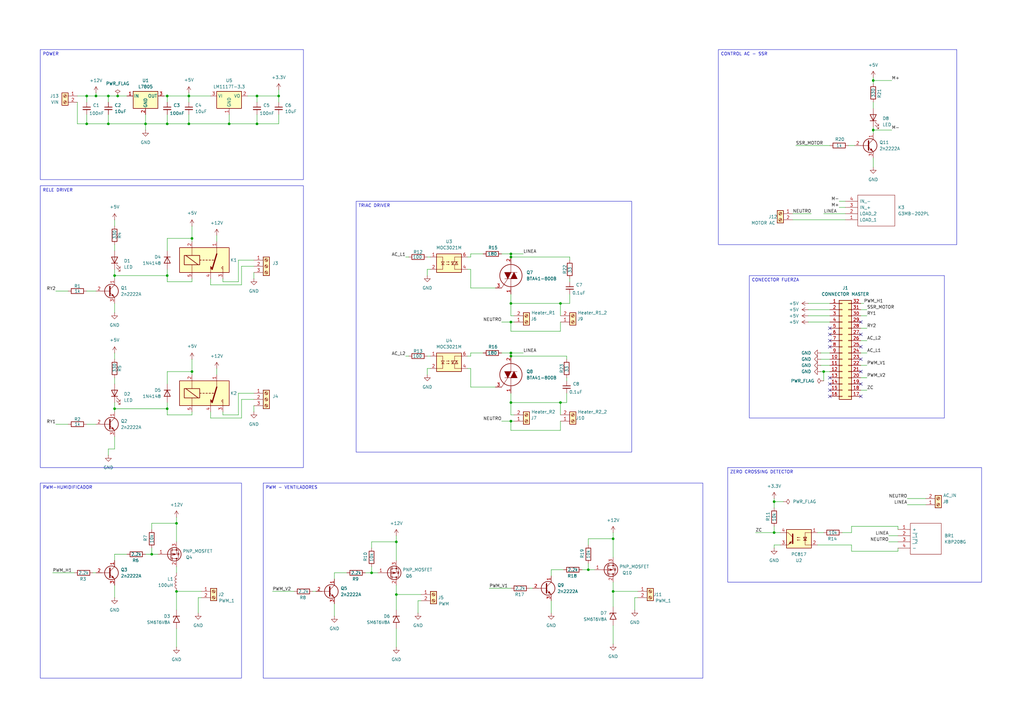
<source format=kicad_sch>
(kicad_sch (version 20250114) (generator "eeschema") (generator_version "9.0")
  (paper "A3")
  (lib_symbols
    (symbol "Connector:Screw_Terminal_01x02" (pin_names (offset 1.016) (hide yes))
      (property "Reference" "J" (at 0 2.54 0))
      (property "Value" "Screw_Terminal_01x02" (at 0 -5.08 0))
      (symbol "Screw_Terminal_01x02_1_1"
        (pin passive line (at -5.08 0 0) (length 3.81) (name "Pin_1") (number "1"))
        (pin passive line (at -5.08 -2.54 0) (length 3.81) (name "Pin_2") (number "2"))
      )
    )
    (symbol "Connector:Screw_Terminal_01x03" (pin_names (offset 1.016) (hide yes))
      (property "Reference" "J" (at 0 5.08 0))
      (property "Value" "Screw_Terminal_01x03" (at 0 -5.08 0))
      (symbol "Screw_Terminal_01x03_1_1"
        (pin passive line (at -5.08 2.54 0) (length 3.81) (name "Pin_1") (number "1"))
        (pin passive line (at -5.08 0 0) (length 3.81) (name "Pin_2") (number "2"))
        (pin passive line (at -5.08 -2.54 0) (length 3.81) (name "Pin_3") (number "3"))
      )
    )
    (symbol "Connector_Generic:Conn_02x16_Counter_Clockwise" (pin_names (offset 1.016) (hide yes))
      (property "Reference" "J" (at 1.27 20.32 0))
      (property "Value" "Conn_02x16_Counter_Clockwise" (at 1.27 -22.86 0))
      (symbol "Conn_02x16_Counter_Clockwise_1_1"
        (pin passive line (at -5.08 17.78 0) (length 3.81) (name "Pin_1") (number "1"))
        (pin passive line (at -5.08 15.24 0) (length 3.81) (name "Pin_2") (number "2"))
        (pin passive line (at -5.08 12.7 0) (length 3.81) (name "Pin_3") (number "3"))
        (pin passive line (at -5.08 10.16 0) (length 3.81) (name "Pin_4") (number "4"))
        (pin passive line (at -5.08 7.62 0) (length 3.81) (name "Pin_5") (number "5"))
        (pin passive line (at -5.08 5.08 0) (length 3.81) (name "Pin_6") (number "6"))
        (pin passive line (at -5.08 2.54 0) (length 3.81) (name "Pin_7") (number "7"))
        (pin passive line (at -5.08 0 0) (length 3.81) (name "Pin_8") (number "8"))
        (pin passive line (at -5.08 -2.54 0) (length 3.81) (name "Pin_9") (number "9"))
        (pin passive line (at -5.08 -5.08 0) (length 3.81) (name "Pin_10") (number "10"))
        (pin passive line (at -5.08 -7.62 0) (length 3.81) (name "Pin_11") (number "11"))
        (pin passive line (at -5.08 -10.16 0) (length 3.81) (name "Pin_12") (number "12"))
        (pin passive line (at -5.08 -12.7 0) (length 3.81) (name "Pin_13") (number "13"))
        (pin passive line (at -5.08 -15.24 0) (length 3.81) (name "Pin_14") (number "14"))
        (pin passive line (at -5.08 -17.78 0) (length 3.81) (name "Pin_15") (number "15"))
        (pin passive line (at -5.08 -20.32 0) (length 3.81) (name "Pin_16") (number "16"))
        (pin passive line (at 7.62 17.78 180) (length 3.81) (name "Pin_32") (number "32"))
        (pin passive line (at 7.62 15.24 180) (length 3.81) (name "Pin_31") (number "31"))
        (pin passive line (at 7.62 12.7 180) (length 3.81) (name "Pin_30") (number "30"))
        (pin passive line (at 7.62 10.16 180) (length 3.81) (name "Pin_29") (number "29"))
        (pin passive line (at 7.62 7.62 180) (length 3.81) (name "Pin_28") (number "28"))
        (pin passive line (at 7.62 5.08 180) (length 3.81) (name "Pin_27") (number "27"))
        (pin passive line (at 7.62 2.54 180) (length 3.81) (name "Pin_26") (number "26"))
        (pin passive line (at 7.62 0 180) (length 3.81) (name "Pin_25") (number "25"))
        (pin passive line (at 7.62 -2.54 180) (length 3.81) (name "Pin_24") (number "24"))
        (pin passive line (at 7.62 -5.08 180) (length 3.81) (name "Pin_23") (number "23"))
        (pin passive line (at 7.62 -7.62 180) (length 3.81) (name "Pin_22") (number "22"))
        (pin passive line (at 7.62 -10.16 180) (length 3.81) (name "Pin_21") (number "21"))
        (pin passive line (at 7.62 -12.7 180) (length 3.81) (name "Pin_20") (number "20"))
        (pin passive line (at 7.62 -15.24 180) (length 3.81) (name "Pin_19") (number "19"))
        (pin passive line (at 7.62 -17.78 180) (length 3.81) (name "Pin_18") (number "18"))
        (pin passive line (at 7.62 -20.32 180) (length 3.81) (name "Pin_17") (number "17"))
      )
    )
    (symbol "Device:C_Small" (pin_numbers (hide yes)) (pin_names (offset 0.254) (hide yes))
      (property "Reference" "C" (at 0.254 1.778 0))
      (property "Value" "C_Small" (at 0.254 -2.032 0))
      (symbol "C_Small_1_1"
        (pin passive line (at 0 2.54 270) (length 2.032) (name "~") (number "1"))
        (pin passive line (at 0 -2.54 90) (length 2.032) (name "~") (number "2"))
      )
    )
    (symbol "Device:L" (pin_numbers (hide yes)) (pin_names (offset 1.016) (hide yes))
      (property "Reference" "L" (at -1.27 0 90))
      (property "Value" "L" (at 1.905 0 90))
      (symbol "L_1_1"
        (pin passive line (at 0 3.81 270) (length 1.27) (name "1") (number "1"))
        (pin passive line (at 0 -3.81 90) (length 1.27) (name "2") (number "2"))
      )
    )
    (symbol "Device:LED" (pin_numbers (hide yes)) (pin_names (offset 1.016) (hide yes))
      (property "Reference" "D" (at 0 2.54 0))
      (property "Value" "LED" (at 0 -2.54 0))
      (symbol "LED_1_1"
        (pin passive line (at -3.81 0 0) (length 2.54) (name "K") (number "1"))
        (pin passive line (at 3.81 0 180) (length 2.54) (name "A") (number "2"))
      )
    )
    (symbol "Device:R" (pin_numbers (hide yes)) (pin_names (offset 0))
      (property "Reference" "R" (at 2.032 0 90))
      (property "Value" "R" (at 0 0 90))
      (symbol "R_1_1"
        (pin passive line (at 0 3.81 270) (length 1.27) (name "~") (number "1"))
        (pin passive line (at 0 -3.81 90) (length 1.27) (name "~") (number "2"))
      )
    )
    (symbol "Diode:1N4148" (pin_numbers (hide yes)) (pin_names (hide yes))
      (property "Reference" "D" (at 0 2.54 0))
      (property "Value" "1N4148" (at 0 -2.54 0))
      (symbol "1N4148_1_1"
        (pin passive line (at -3.81 0 0) (length 2.54) (name "K") (number "1"))
        (pin passive line (at 3.81 0 180) (length 2.54) (name "A") (number "2"))
      )
    )
    (symbol "Diode:SM6T6V8A" (pin_numbers (hide yes)) (pin_names (offset 1.016) (hide yes))
      (property "Reference" "D" (at 0 2.54 0))
      (property "Value" "SM6T6V8A" (at 0 -2.54 0))
      (symbol "SM6T6V8A_1_1"
        (pin passive line (at -3.81 0 0) (length 2.54) (name "A1") (number "1"))
        (pin passive line (at 3.81 0 180) (length 2.54) (name "A2") (number "2"))
      )
    )
    (symbol "Isolator:PC817" (pin_names (offset 1.016))
      (property "Reference" "U" (at -5.08 5.08 0))
      (property "Value" "PC817" (at 0 5.08 0))
      (symbol "PC817_1_1"
        (pin passive line (at -7.62 2.54 0) (length 2.54) (name "~") (number "1"))
        (pin passive line (at -7.62 -2.54 0) (length 2.54) (name "~") (number "2"))
        (pin passive line (at 7.62 2.54 180) (length 2.54) (name "~") (number "4"))
        (pin passive line (at 7.62 -2.54 180) (length 2.54) (name "~") (number "3"))
      )
    )
    (symbol "Regulator_Linear:L7805" (pin_names (offset 0.254))
      (property "Reference" "U" (at -3.81 3.175 0))
      (property "Value" "L7805" (at 0 3.175 0))
      (symbol "L7805_1_1"
        (pin power_in line (at -7.62 0 0) (length 2.54) (name "IN") (number "1"))
        (pin power_in line (at 0 -7.62 90) (length 2.54) (name "GND") (number "2"))
        (pin power_out line (at 7.62 0 180) (length 2.54) (name "OUT") (number "3"))
      )
    )
    (symbol "Regulator_Linear:LM1117T-3.3"
      (property "Reference" "U" (at -3.81 3.175 0))
      (property "Value" "LM1117T-3.3" (at 0 3.175 0))
      (symbol "LM1117T-3.3_1_1"
        (pin power_in line (at -7.62 0 0) (length 2.54) (name "VI") (number "3"))
        (pin power_in line (at 0 -7.62 90) (length 2.54) (name "GND") (number "1"))
        (pin power_out line (at 7.62 0 180) (length 2.54) (name "VO") (number "2"))
      )
    )
    (symbol "Relay:SANYOU_SRD_Form_C"
      (property "Reference" "K" (at 11.43 3.81 0))
      (property "Value" "SANYOU_SRD_Form_C" (at 11.43 1.27 0))
      (symbol "SANYOU_SRD_Form_C_1_1"
        (pin passive line (at -5.08 7.62 270) (length 2.54) (name "~") (number "5"))
        (pin passive line (at -5.08 -7.62 90) (length 2.54) (name "~") (number "2"))
        (pin passive line (at 2.54 7.62 270) (length 2.54) (name "~") (number "4"))
        (pin passive line (at 5.08 -7.62 90) (length 2.54) (name "~") (number "1"))
        (pin passive line (at 7.62 7.62 270) (length 2.54) (name "~") (number "3"))
      )
    )
    (symbol "Relay_SolidState:MOC3021M"
      (property "Reference" "U" (at -5.334 4.826 0))
      (property "Value" "MOC3021M" (at 0 5.08 0))
      (symbol "MOC3021M_1_1"
        (pin passive line (at -7.62 2.54 0) (length 2.54) (name "~") (number "1"))
        (pin passive line (at -7.62 -2.54 0) (length 2.54) (name "~") (number "2"))
        (pin no_connect line (at -5.08 0 0) (length 2.54) (hide yes) (name "NC") (number "3"))
        (pin no_connect line (at 5.08 0 180) (length 2.54) (hide yes) (name "NC") (number "5"))
        (pin passive line (at 7.62 2.54 180) (length 2.54) (name "~") (number "6"))
        (pin passive line (at 7.62 -2.54 180) (length 2.54) (name "~") (number "4"))
      )
    )
    (symbol "SamacSys_Parts:BTA41-800B" (pin_names (offset 0.762))
      (property "Reference" "Q" (at 13.97 -2.54 0))
      (property "Value" "BTA41-800B" (at 13.97 -5.08 0))
      (symbol "BTA41-800B_0_0"
        (pin passive line (at 0 0 0) (length 2.54) (name "~") (number "2"))
        (pin passive line (at 12.7 -6.35 90) (length 2.54) (name "~") (number "3"))
        (pin passive line (at 15.24 0 180) (length 2.54) (name "~") (number "1"))
      )
    )
    (symbol "SamacSys_Parts:G3MB-202PL" (pin_names (offset 0.762))
      (property "Reference" "K" (at 21.59 7.62 0))
      (property "Value" "G3MB-202PL" (at 21.59 5.08 0))
      (symbol "G3MB-202PL_0_0"
        (pin passive line (at 0 0 0) (length 5.08) (name "IN_-") (number "4"))
        (pin passive line (at 0 -2.54 0) (length 5.08) (name "IN_+") (number "3"))
        (pin passive line (at 0 -5.08 0) (length 5.08) (name "LOAD_2") (number "2"))
        (pin passive line (at 0 -7.62 0) (length 5.08) (name "LOAD_1") (number "1"))
      )
    )
    (symbol "SamacSys_Parts:KBP208G" (pin_names (offset 0.762))
      (property "Reference" "BR" (at 19.05 7.62 0))
      (property "Value" "KBP208G" (at 19.05 5.08 0))
      (symbol "KBP208G_0_0"
        (pin passive line (at 0 0 0) (length 5.08) (name "+") (number "1"))
        (pin passive line (at 0 -2.54 0) (length 5.08) (name "~{_1}") (number "2"))
        (pin passive line (at 0 -5.08 0) (length 5.08) (name "~{_2}") (number "3"))
        (pin passive line (at 0 -7.62 0) (length 5.08) (name "-") (number "4"))
      )
    )
    (symbol "Transistor_BJT:BC338" (pin_names (offset 0) (hide yes))
      (property "Reference" "Q" (at 5.08 1.905 0))
      (property "Value" "BC338" (at 5.08 0 0))
      (symbol "BC338_1_1"
        (pin input line (at -5.08 0 0) (length 2.54) (name "B") (number "2"))
        (pin passive line (at 2.54 5.08 270) (length 2.54) (name "C") (number "1"))
        (pin passive line (at 2.54 -5.08 90) (length 2.54) (name "E") (number "3"))
      )
    )
    (symbol "Transistor_FET:SUD09P10-195" (pin_names (hide yes))
      (property "Reference" "Q" (at 4.953 1.905 0))
      (property "Value" "SUD09P10-195" (at 4.953 0 0))
      (symbol "SUD09P10-195_1_1"
        (pin input line (at -5.08 0 0) (length 2.54) (name "G") (number "1"))
        (pin passive line (at 2.54 5.08 270) (length 2.54) (name "D") (number "2"))
        (pin passive line (at 2.54 -5.08 90) (length 2.54) (name "S") (number "3"))
      )
    )
    (symbol "power:+12V" (power) (pin_numbers (hide yes)) (pin_names (offset 0) (hide yes))
      (property "Value" "+12V" (at 0 3.556 0))
      (symbol "+12V_1_1"
        (pin power_in line (at 0 0 90) (length 0) (name "~") (number "1"))
      )
    )
    (symbol "power:+3.3V" (power) (pin_numbers (hide yes)) (pin_names (offset 0) (hide yes))
      (property "Value" "+3.3V" (at 0 3.556 0))
      (symbol "+3.3V_1_1"
        (pin power_in line (at 0 0 90) (length 0) (name "~") (number "1"))
      )
    )
    (symbol "power:+5V" (power) (pin_numbers (hide yes)) (pin_names (offset 0) (hide yes))
      (property "Value" "+5V" (at 0 3.556 0))
      (symbol "+5V_1_1"
        (pin power_in line (at 0 0 90) (length 0) (name "~") (number "1"))
      )
    )
    (symbol "power:GND" (power) (pin_numbers (hide yes)) (pin_names (offset 0) (hide yes))
      (property "Value" "GND" (at 0 -3.81 0))
      (symbol "GND_1_1"
        (pin power_in line (at 0 0 270) (length 0) (name "~") (number "1"))
      )
    )
    (symbol "power:PWR_FLAG" (power) (pin_numbers (hide yes)) (pin_names (offset 0) (hide yes))
      (property "Value" "PWR_FLAG" (at 0 3.81 0))
      (symbol "PWR_FLAG_0_0"
        (pin power_out line (at 0 0 90) (length 0) (name "~") (number "1"))
      )
    )
  )
  (text_box "RELE DRIVER\n" (at 16.51 76.2 0) (size 107.95 115.57) (margins 0.9525 0.9525 0.9525 0.9525) (effects (font (size 1.27 1.27)) (justify left top)))
  (text_box "CONTROL AC - SSR" (at 294.64 20.32 0) (size 97.79 80.01) (margins 0.9525 0.9525 0.9525 0.9525) (effects (font (size 1.27 1.27)) (justify left top)))
  (text_box "PWM-HUMIDIFICADOR" (at 16.51 198.12 0) (size 82.55 80.01) (margins 0.9525 0.9525 0.9525 0.9525) (effects (font (size 1.27 1.27)) (justify left top)))
  (text_box "ZERO CROSSING DETECTOR\n" (at 298.45 191.77 0) (size 104.14 46.99) (margins 0.9525 0.9525 0.9525 0.9525) (effects (font (size 1.27 1.27)) (justify left top)))
  (text_box "TRIAC DRIVER\n" (at 146.05 82.55 0) (size 113.03 102.87) (margins 0.9525 0.9525 0.9525 0.9525) (effects (font (size 1.27 1.27)) (justify left top)))
  (text_box "CONECCTOR FUERZA\n" (at 307.34 113.03 0) (size 80.01 58.42) (margins 0.9525 0.9525 0.9525 0.9525) (effects (font (size 1.27 1.27)) (justify left top)))
  (text_box "POWER\n" (at 16.51 20.32 0) (size 107.95 53.34) (margins 0.9525 0.9525 0.9525 0.9525) (effects (font (size 1.27 1.27)) (justify left top)))
  (text_box "PWM - VENTILADORES\n" (at 107.95 198.12 0) (size 180.34 80.01) (margins 0.9525 0.9525 0.9525 0.9525) (effects (font (size 1.27 1.27)) (justify left top)))
  (junction (at 162.56 243.84))
  (junction (at 35.56 50.8))
  (junction (at 68.58 167.64))
  (junction (at 105.41 50.8))
  (junction (at 152.4 234.95))
  (junction (at 337.82 152.4))
  (junction (at 68.58 39.37))
  (junction (at 68.58 50.8))
  (junction (at 39.37 39.37))
  (junction (at 358.14 53.34))
  (junction (at 46.99 113.03))
  (junction (at 93.98 50.8))
  (junction (at 229.87 124.46))
  (junction (at 209.55 146.05))
  (junction (at 358.14 33.02))
  (junction (at 209.55 165.1))
  (junction (at 59.69 50.8))
  (junction (at 317.5 218.44))
  (junction (at 162.56 222.25))
  (junction (at 44.45 50.8))
  (junction (at 78.74 152.4))
  (junction (at 46.99 167.64))
  (junction (at 209.55 124.46))
  (junction (at 35.56 39.37))
  (junction (at 209.55 104.14))
  (junction (at 317.5 205.74))
  (junction (at 114.3 39.37))
  (junction (at 72.39 214.63))
  (junction (at 68.58 113.03))
  (junction (at 62.23 227.33))
  (junction (at 241.3 233.68))
  (junction (at 209.55 144.78))
  (junction (at 78.74 97.79))
  (junction (at 72.39 242.57))
  (junction (at 251.46 220.98))
  (junction (at 209.55 172.72))
  (junction (at 251.46 242.57))
  (junction (at 48.26 39.37))
  (junction (at 77.47 50.8))
  (junction (at 209.55 105.41))
  (junction (at 105.41 39.37))
  (junction (at 77.47 39.37))
  (junction (at 44.45 39.37))
  (junction (at 209.55 132.08))
  (junction (at 229.87 165.1))
  (no_connect (at 353.06 142.24))
  (no_connect (at 340.36 139.7))
  (no_connect (at 340.36 154.94))
  (no_connect (at 340.36 157.48))
  (no_connect (at 353.06 157.48))
  (no_connect (at 340.36 137.16))
  (no_connect (at 353.06 162.56))
  (no_connect (at 353.06 152.4))
  (no_connect (at 340.36 142.24))
  (no_connect (at 353.06 137.16))
  (no_connect (at 340.36 162.56))
  (no_connect (at 340.36 160.02))
  (no_connect (at 353.06 132.08))
  (no_connect (at 340.36 134.62))
  (no_connect (at 353.06 147.32))
  (wire (pts (xy 205.74 172.72) (xy 209.55 172.72)))
  (wire (pts (xy 114.3 46.99) (xy 114.3 50.8)))
  (wire (pts (xy 229.87 172.72) (xy 229.87 176.53)))
  (wire (pts (xy 68.58 152.4) (xy 78.74 152.4)))
  (wire (pts (xy 39.37 38.1) (xy 39.37 39.37)))
  (wire (pts (xy 336.55 152.4) (xy 337.82 152.4)))
  (wire (pts (xy 152.4 234.95) (xy 154.94 234.95)))
  (wire (pts (xy 44.45 184.15) (xy 44.45 186.69)))
  (wire (pts (xy 209.55 105.41) (xy 209.55 104.14)))
  (wire (pts (xy 81.28 245.11) (xy 81.28 251.46)))
  (wire (pts (xy 209.55 120.65) (xy 209.55 124.46)))
  (wire (pts (xy 91.44 115.57) (xy 91.44 114.3)))
  (wire (pts (xy 104.14 166.37) (xy 104.14 168.91)))
  (wire (pts (xy 46.99 124.46) (xy 46.99 128.27)))
  (wire (pts (xy 162.56 219.71) (xy 162.56 222.25)))
  (wire (pts (xy 364.49 219.71) (xy 368.3 219.71)))
  (wire (pts (xy 193.04 105.41) (xy 193.04 104.14)))
  (wire (pts (xy 229.87 129.54) (xy 229.87 124.46)))
  (wire (pts (xy 46.99 110.49) (xy 46.99 113.03)))
  (wire (pts (xy 347.98 59.69) (xy 350.52 59.69)))
  (wire (pts (xy 229.87 170.18) (xy 229.87 165.1)))
  (wire (pts (xy 68.58 97.79) (xy 78.74 97.79)))
  (wire (pts (xy 238.76 233.68) (xy 241.3 233.68)))
  (wire (pts (xy 325.12 90.17) (xy 346.71 90.17)))
  (wire (pts (xy 205.74 132.08) (xy 209.55 132.08)))
  (wire (pts (xy 22.86 173.99) (xy 27.94 173.99)))
  (wire (pts (xy 72.39 214.63) (xy 72.39 222.25)))
  (wire (pts (xy 346.71 87.63) (xy 337.82 87.63)))
  (wire (pts (xy 355.6 139.7) (xy 353.06 139.7)))
  (wire (pts (xy 67.31 39.37) (xy 68.58 39.37)))
  (wire (pts (xy 78.74 97.79) (xy 78.74 99.06)))
  (wire (pts (xy 35.56 46.99) (xy 35.56 50.8)))
  (wire (pts (xy 78.74 170.18) (xy 78.74 168.91)))
  (wire (pts (xy 335.28 223.52) (xy 349.25 223.52)))
  (wire (pts (xy 105.41 50.8) (xy 114.3 50.8)))
  (wire (pts (xy 93.98 46.99) (xy 93.98 50.8)))
  (wire (pts (xy 88.9 151.13) (xy 88.9 153.67)))
  (wire (pts (xy 22.86 119.38) (xy 27.94 119.38)))
  (wire (pts (xy 193.04 158.75) (xy 193.04 151.13)))
  (wire (pts (xy 232.41 154.94) (xy 232.41 156.21)))
  (wire (pts (xy 86.36 114.3) (xy 86.36 116.84)))
  (wire (pts (xy 209.55 172.72) (xy 210.82 172.72)))
  (wire (pts (xy 77.47 39.37) (xy 77.47 41.91)))
  (wire (pts (xy 349.25 215.9) (xy 349.25 218.44)))
  (wire (pts (xy 210.82 170.18) (xy 209.55 170.18)))
  (wire (pts (xy 59.69 50.8) (xy 44.45 50.8)))
  (wire (pts (xy 226.06 246.38) (xy 226.06 251.46)))
  (wire (pts (xy 68.58 39.37) (xy 68.58 41.91)))
  (wire (pts (xy 77.47 39.37) (xy 86.36 39.37)))
  (wire (pts (xy 78.74 147.32) (xy 78.74 152.4)))
  (wire (pts (xy 46.99 227.33) (xy 46.99 229.87)))
  (wire (pts (xy 46.99 144.78) (xy 46.99 147.32)))
  (wire (pts (xy 35.56 173.99) (xy 39.37 173.99)))
  (wire (pts (xy 93.98 50.8) (xy 105.41 50.8)))
  (wire (pts (xy 86.36 116.84) (xy 99.06 116.84)))
  (wire (pts (xy 358.14 52.07) (xy 358.14 53.34)))
  (wire (pts (xy 344.17 85.09) (xy 346.71 85.09)))
  (wire (pts (xy 166.37 105.41) (xy 167.64 105.41)))
  (wire (pts (xy 368.3 215.9) (xy 349.25 215.9)))
  (wire (pts (xy 31.75 41.91) (xy 31.75 50.8)))
  (wire (pts (xy 104.14 106.68) (xy 97.79 106.68)))
  (wire (pts (xy 317.5 205.74) (xy 321.31 205.74)))
  (wire (pts (xy 325.12 87.63) (xy 332.74 87.63)))
  (wire (pts (xy 358.14 33.02) (xy 365.76 33.02)))
  (wire (pts (xy 44.45 46.99) (xy 44.45 50.8)))
  (wire (pts (xy 336.55 147.32) (xy 340.36 147.32)))
  (wire (pts (xy 358.14 31.75) (xy 358.14 33.02)))
  (wire (pts (xy 379.73 207.01) (xy 372.11 207.01)))
  (wire (pts (xy 162.56 240.03) (xy 162.56 243.84)))
  (wire (pts (xy 229.87 165.1) (xy 209.55 165.1)))
  (wire (pts (xy 104.14 161.29) (xy 97.79 161.29)))
  (wire (pts (xy 99.06 109.22) (xy 104.14 109.22)))
  (wire (pts (xy 97.79 115.57) (xy 91.44 115.57)))
  (wire (pts (xy 209.55 132.08) (xy 210.82 132.08)))
  (wire (pts (xy 72.39 242.57) (xy 82.55 242.57)))
  (wire (pts (xy 337.82 152.4) (xy 337.82 156.21)))
  (wire (pts (xy 358.14 33.02) (xy 358.14 34.29)))
  (wire (pts (xy 193.04 151.13) (xy 191.77 151.13)))
  (wire (pts (xy 209.55 146.05) (xy 209.55 144.78)))
  (wire (pts (xy 152.4 222.25) (xy 162.56 222.25)))
  (wire (pts (xy 200.66 241.3) (xy 209.55 241.3)))
  (wire (pts (xy 344.17 82.55) (xy 346.71 82.55)))
  (wire (pts (xy 241.3 220.98) (xy 251.46 220.98)))
  (wire (pts (xy 193.04 118.11) (xy 203.2 118.11)))
  (wire (pts (xy 209.55 104.14) (xy 205.74 104.14)))
  (wire (pts (xy 46.99 167.64) (xy 68.58 167.64)))
  (wire (pts (xy 358.14 53.34) (xy 365.76 53.34)))
  (wire (pts (xy 355.6 154.94) (xy 353.06 154.94)))
  (wire (pts (xy 233.68 124.46) (xy 229.87 124.46)))
  (wire (pts (xy 99.06 116.84) (xy 99.06 109.22)))
  (wire (pts (xy 77.47 38.1) (xy 77.47 39.37)))
  (wire (pts (xy 331.47 129.54) (xy 340.36 129.54)))
  (wire (pts (xy 355.6 134.62) (xy 353.06 134.62)))
  (wire (pts (xy 261.62 245.11) (xy 260.35 245.11)))
  (wire (pts (xy 46.99 154.94) (xy 46.99 157.48)))
  (wire (pts (xy 38.1 234.95) (xy 39.37 234.95)))
  (wire (pts (xy 48.26 39.37) (xy 52.07 39.37)))
  (wire (pts (xy 226.06 233.68) (xy 231.14 233.68)))
  (wire (pts (xy 46.99 179.07) (xy 46.99 184.15)))
  (wire (pts (xy 209.55 104.14) (xy 214.63 104.14)))
  (wire (pts (xy 78.74 152.4) (xy 78.74 153.67)))
  (wire (pts (xy 175.26 110.49) (xy 176.53 110.49)))
  (wire (pts (xy 59.69 46.99) (xy 59.69 50.8)))
  (wire (pts (xy 368.3 215.9) (xy 368.3 217.17)))
  (wire (pts (xy 175.26 153.67) (xy 175.26 151.13)))
  (wire (pts (xy 175.26 146.05) (xy 176.53 146.05)))
  (wire (pts (xy 317.5 205.74) (xy 317.5 208.28)))
  (wire (pts (xy 68.58 50.8) (xy 59.69 50.8)))
  (wire (pts (xy 209.55 176.53) (xy 209.55 172.72)))
  (wire (pts (xy 317.5 215.9) (xy 317.5 218.44)))
  (wire (pts (xy 97.79 161.29) (xy 97.79 170.18)))
  (wire (pts (xy 358.14 41.91) (xy 358.14 44.45)))
  (wire (pts (xy 166.37 146.05) (xy 167.64 146.05)))
  (wire (pts (xy 99.06 171.45) (xy 99.06 163.83)))
  (wire (pts (xy 97.79 106.68) (xy 97.79 115.57)))
  (wire (pts (xy 137.16 247.65) (xy 137.16 252.73)))
  (wire (pts (xy 355.6 149.86) (xy 353.06 149.86)))
  (wire (pts (xy 317.5 218.44) (xy 320.04 218.44)))
  (wire (pts (xy 62.23 224.79) (xy 62.23 227.33)))
  (wire (pts (xy 379.73 204.47) (xy 372.11 204.47)))
  (wire (pts (xy 72.39 242.57) (xy 72.39 250.19)))
  (wire (pts (xy 152.4 232.41) (xy 152.4 234.95)))
  (wire (pts (xy 232.41 161.29) (xy 232.41 165.1)))
  (wire (pts (xy 349.25 226.06) (xy 368.3 226.06)))
  (wire (pts (xy 226.06 233.68) (xy 226.06 236.22)))
  (wire (pts (xy 336.55 149.86) (xy 340.36 149.86)))
  (wire (pts (xy 152.4 224.79) (xy 152.4 222.25)))
  (wire (pts (xy 59.69 50.8) (xy 59.69 53.34)))
  (wire (pts (xy 349.25 226.06) (xy 349.25 223.52)))
  (wire (pts (xy 35.56 41.91) (xy 35.56 39.37)))
  (wire (pts (xy 171.45 246.38) (xy 171.45 251.46)))
  (wire (pts (xy 336.55 144.78) (xy 340.36 144.78)))
  (wire (pts (xy 114.3 39.37) (xy 114.3 41.91)))
  (wire (pts (xy 175.26 151.13) (xy 176.53 151.13)))
  (wire (pts (xy 354.33 124.46) (xy 353.06 124.46)))
  (wire (pts (xy 46.99 240.03) (xy 46.99 245.11)))
  (wire (pts (xy 193.04 146.05) (xy 191.77 146.05)))
  (wire (pts (xy 349.25 218.44) (xy 345.44 218.44)))
  (wire (pts (xy 175.26 105.41) (xy 176.53 105.41)))
  (wire (pts (xy 193.04 104.14) (xy 198.12 104.14)))
  (wire (pts (xy 101.6 39.37) (xy 105.41 39.37)))
  (wire (pts (xy 251.46 256.54) (xy 251.46 264.16)))
  (wire (pts (xy 46.99 167.64) (xy 46.99 168.91)))
  (wire (pts (xy 105.41 39.37) (xy 105.41 41.91)))
  (wire (pts (xy 260.35 245.11) (xy 260.35 250.19)))
  (wire (pts (xy 241.3 233.68) (xy 243.84 233.68)))
  (wire (pts (xy 229.87 135.89) (xy 209.55 135.89)))
  (wire (pts (xy 46.99 227.33) (xy 52.07 227.33)))
  (wire (pts (xy 193.04 105.41) (xy 191.77 105.41)))
  (wire (pts (xy 111.76 242.57) (xy 120.65 242.57)))
  (wire (pts (xy 114.3 39.37) (xy 105.41 39.37)))
  (wire (pts (xy 232.41 165.1) (xy 229.87 165.1)))
  (wire (pts (xy 114.3 36.83) (xy 114.3 39.37)))
  (wire (pts (xy 46.99 100.33) (xy 46.99 102.87)))
  (wire (pts (xy 44.45 39.37) (xy 48.26 39.37)))
  (wire (pts (xy 172.72 246.38) (xy 171.45 246.38)))
  (wire (pts (xy 46.99 90.17) (xy 46.99 92.71)))
  (wire (pts (xy 68.58 110.49) (xy 68.58 113.03)))
  (wire (pts (xy 62.23 214.63) (xy 72.39 214.63)))
  (wire (pts (xy 137.16 234.95) (xy 142.24 234.95)))
  (wire (pts (xy 193.04 144.78) (xy 198.12 144.78)))
  (wire (pts (xy 217.17 241.3) (xy 218.44 241.3)))
  (wire (pts (xy 86.36 171.45) (xy 99.06 171.45)))
  (wire (pts (xy 68.58 115.57) (xy 78.74 115.57)))
  (wire (pts (xy 137.16 234.95) (xy 137.16 237.49)))
  (wire (pts (xy 210.82 129.54) (xy 209.55 129.54)))
  (wire (pts (xy 35.56 50.8) (xy 31.75 50.8)))
  (wire (pts (xy 105.41 46.99) (xy 105.41 50.8)))
  (wire (pts (xy 317.5 204.47) (xy 317.5 205.74)))
  (wire (pts (xy 72.39 212.09) (xy 72.39 214.63)))
  (wire (pts (xy 162.56 257.81) (xy 162.56 265.43)))
  (wire (pts (xy 229.87 124.46) (xy 209.55 124.46)))
  (wire (pts (xy 193.04 118.11) (xy 193.04 110.49)))
  (wire (pts (xy 82.55 245.11) (xy 81.28 245.11)))
  (wire (pts (xy 35.56 39.37) (xy 39.37 39.37)))
  (wire (pts (xy 251.46 238.76) (xy 251.46 242.57)))
  (wire (pts (xy 44.45 50.8) (xy 35.56 50.8)))
  (wire (pts (xy 68.58 113.03) (xy 68.58 115.57)))
  (wire (pts (xy 68.58 167.64) (xy 68.58 170.18)))
  (wire (pts (xy 229.87 176.53) (xy 209.55 176.53)))
  (wire (pts (xy 309.88 218.44) (xy 317.5 218.44)))
  (wire (pts (xy 355.6 129.54) (xy 353.06 129.54)))
  (wire (pts (xy 364.49 222.25) (xy 368.3 222.25)))
  (wire (pts (xy 209.55 144.78) (xy 214.63 144.78)))
  (wire (pts (xy 233.68 120.65) (xy 233.68 124.46)))
  (wire (pts (xy 128.27 242.57) (xy 129.54 242.57)))
  (wire (pts (xy 241.3 223.52) (xy 241.3 220.98)))
  (wire (pts (xy 46.99 165.1) (xy 46.99 167.64)))
  (wire (pts (xy 326.39 59.69) (xy 340.36 59.69)))
  (wire (pts (xy 193.04 110.49) (xy 191.77 110.49)))
  (wire (pts (xy 77.47 50.8) (xy 68.58 50.8)))
  (wire (pts (xy 77.47 46.99) (xy 77.47 50.8)))
  (wire (pts (xy 72.39 232.41) (xy 72.39 234.95)))
  (wire (pts (xy 358.14 53.34) (xy 358.14 54.61)))
  (wire (pts (xy 209.55 124.46) (xy 209.55 129.54)))
  (wire (pts (xy 62.23 217.17) (xy 62.23 214.63)))
  (wire (pts (xy 317.5 223.52) (xy 320.04 223.52)))
  (wire (pts (xy 209.55 165.1) (xy 209.55 170.18)))
  (wire (pts (xy 68.58 165.1) (xy 68.58 167.64)))
  (wire (pts (xy 193.04 146.05) (xy 193.04 144.78)))
  (wire (pts (xy 233.68 114.3) (xy 233.68 115.57)))
  (wire (pts (xy 149.86 234.95) (xy 152.4 234.95)))
  (wire (pts (xy 162.56 222.25) (xy 162.56 229.87)))
  (wire (pts (xy 209.55 135.89) (xy 209.55 132.08)))
  (wire (pts (xy 251.46 242.57) (xy 261.62 242.57)))
  (wire (pts (xy 93.98 50.8) (xy 77.47 50.8)))
  (wire (pts (xy 46.99 184.15) (xy 44.45 184.15)))
  (wire (pts (xy 162.56 243.84) (xy 162.56 250.19)))
  (wire (pts (xy 46.99 113.03) (xy 68.58 113.03)))
  (wire (pts (xy 39.37 39.37) (xy 44.45 39.37)))
  (wire (pts (xy 337.82 152.4) (xy 340.36 152.4)))
  (wire (pts (xy 251.46 220.98) (xy 251.46 228.6)))
  (wire (pts (xy 209.55 144.78) (xy 205.74 144.78)))
  (wire (pts (xy 175.26 113.03) (xy 175.26 110.49)))
  (wire (pts (xy 104.14 111.76) (xy 104.14 114.3)))
  (wire (pts (xy 335.28 218.44) (xy 337.82 218.44)))
  (wire (pts (xy 97.79 170.18) (xy 91.44 170.18)))
  (wire (pts (xy 355.6 127) (xy 353.06 127)))
  (wire (pts (xy 162.56 243.84) (xy 172.72 243.84)))
  (wire (pts (xy 233.68 105.41) (xy 209.55 105.41)))
  (wire (pts (xy 232.41 146.05) (xy 209.55 146.05)))
  (wire (pts (xy 68.58 102.87) (xy 68.58 97.79)))
  (wire (pts (xy 78.74 92.71) (xy 78.74 97.79)))
  (wire (pts (xy 241.3 231.14) (xy 241.3 233.68)))
  (wire (pts (xy 355.6 144.78) (xy 353.06 144.78)))
  (wire (pts (xy 331.47 132.08) (xy 340.36 132.08)))
  (wire (pts (xy 72.39 257.81) (xy 72.39 265.43)))
  (wire (pts (xy 233.68 106.68) (xy 233.68 105.41)))
  (wire (pts (xy 46.99 113.03) (xy 46.99 114.3)))
  (wire (pts (xy 68.58 157.48) (xy 68.58 152.4)))
  (wire (pts (xy 355.6 160.02) (xy 353.06 160.02)))
  (wire (pts (xy 251.46 218.44) (xy 251.46 220.98)))
  (wire (pts (xy 91.44 170.18) (xy 91.44 168.91)))
  (wire (pts (xy 251.46 242.57) (xy 251.46 248.92)))
  (wire (pts (xy 193.04 158.75) (xy 203.2 158.75)))
  (wire (pts (xy 331.47 124.46) (xy 340.36 124.46)))
  (wire (pts (xy 88.9 96.52) (xy 88.9 99.06)))
  (wire (pts (xy 59.69 227.33) (xy 62.23 227.33)))
  (wire (pts (xy 209.55 161.29) (xy 209.55 165.1)))
  (wire (pts (xy 229.87 132.08) (xy 229.87 135.89)))
  (wire (pts (xy 358.14 64.77) (xy 358.14 68.58)))
  (wire (pts (xy 62.23 227.33) (xy 64.77 227.33)))
  (wire (pts (xy 31.75 39.37) (xy 35.56 39.37)))
  (wire (pts (xy 68.58 46.99) (xy 68.58 50.8)))
  (wire (pts (xy 68.58 39.37) (xy 77.47 39.37)))
  (wire (pts (xy 21.59 234.95) (xy 30.48 234.95)))
  (wire (pts (xy 78.74 115.57) (xy 78.74 114.3)))
  (wire (pts (xy 35.56 119.38) (xy 39.37 119.38)))
  (wire (pts (xy 86.36 168.91) (xy 86.36 171.45)))
  (wire (pts (xy 331.47 127) (xy 340.36 127)))
  (wire (pts (xy 68.58 170.18) (xy 78.74 170.18)))
  (wire (pts (xy 44.45 41.91) (xy 44.45 39.37)))
  (wire (pts (xy 368.3 226.06) (xy 368.3 224.79)))
  (wire (pts (xy 99.06 163.83) (xy 104.14 163.83)))
  (wire (pts (xy 317.5 224.79) (xy 317.5 223.52)))
  (wire (pts (xy 232.41 147.32) (xy 232.41 146.05)))
  (label "M-" (at 344.17 82.55 180))
  (label "LINEA" (at 214.63 104.14 0))
  (label "LINEA" (at 364.49 219.71 180))
  (label "NEUTRO" (at 372.11 204.47 180))
  (label "NEUTRO" (at 332.74 87.63 180))
  (label "M-" (at 365.76 53.34 0))
  (label "M+" (at 365.76 33.02 0))
  (label "LINEA" (at 214.63 144.78 0))
  (label "AC_L1" (at 355.6 144.78 0))
  (label "PWM_H1" (at 21.59 234.95 0))
  (label "NEUTRO" (at 364.49 222.25 180))
  (label "PWM_V1" (at 200.66 241.3 0))
  (label "LINEA" (at 372.11 207.01 180))
  (label "AC_L2" (at 166.37 146.05 180))
  (label "PWM_V2" (at 111.76 242.57 0))
  (label "NEUTRO" (at 205.74 132.08 180))
  (label "AC_L2" (at 355.6 139.7 0))
  (label "NEUTRO" (at 205.74 172.72 180))
  (label "PWM_V1" (at 355.6 149.86 0))
  (label "PWM_V2" (at 355.6 154.94 0))
  (label "SSR_MOTOR" (at 326.39 59.69 0))
  (label "M+" (at 344.17 85.09 180))
  (label "RY1" (at 22.86 173.99 180))
  (label "AC_L1" (at 166.37 105.41 180))
  (label "PWM_H1" (at 354.33 124.46 0))
  (label "LINEA" (at 337.82 87.63 0))
  (label "RY1" (at 355.6 129.54 0))
  (label "ZC" (at 355.6 160.02 0))
  (label "SSR_MOTOR" (at 355.6 127 0))
  (label "ZC" (at 309.88 218.44 0))
  (label "RY2" (at 355.6 134.62 0))
  (label "RY2" (at 22.86 119.38 180))
  (symbol (lib_id "power:+12V") (at 72.39 212.09 0) (unit 1)
    (property "Reference" "#PWR07" (effects (hide yes)))
    (property "Value" "+12V" (at 72.39 207.01 0))
    (property "Description" "Power symbol creates a global label with name \"+12V\"" (effects (hide yes)))
  )
  (symbol (lib_id "Device:LED") (at 46.99 106.68 90) (unit 1)
    (property "Reference" "D1" (at 50.8 106.9974 90) (effects (justify right)))
    (property "Value" "LED" (at 50.8 109.5374 90) (effects (justify right)))
    (property "Footprint" "LED_SMD:LED_1206_3216Metric" (effects (hide yes)))
    (property "Description" "Light emitting diode" (effects (hide yes)))
    (property "Sim.Pins" "1=K 2=A" (effects (hide yes)))
  )
  (symbol (lib_id "Device:C_Small") (at 35.56 44.45 0) (unit 1)
    (property "Reference" "C1" (at 38.1 43.1862 0) (effects (justify left)))
    (property "Value" "100nF" (at 36.576 46.482 0) (effects (justify left)))
    (property "Footprint" "Capacitor_SMD:C_1206_3216Metric_Pad1.33x1.80mm_HandSolder" (effects (hide yes)))
    (property "Description" "Unpolarized capacitor, small symbol" (effects (hide yes)))
  )
  (symbol (lib_id "Connector:Screw_Terminal_01x02") (at 215.9 132.08 0) (mirror x) (unit 1)
    (property "Reference" "J6" (at 218.948 130.81 0))
    (property "Value" "Heater_R1" (at 217.932 128.27 0) (effects (justify left)))
    (property "Footprint" "SamacSys_Parts:NC6P10702" (effects (hide yes)))
    (property "Description" "Generic screw terminal, single row, 01x02, script generated (kicad-library-utils/schlib/autogen/connector/)" (effects (hide yes)))
  )
  (symbol (lib_id "Regulator_Linear:L7805") (at 59.69 39.37 0) (unit 1)
    (property "Reference" "U1" (at 59.69 33.02 0))
    (property "Value" "L7805" (at 59.69 35.56 0))
    (property "Footprint" "Package_TO_SOT_SMD:TO-252-2" (effects (hide yes)))
    (property "Datasheet" "http://www.st.com/content/ccc/resource/technical/document/datasheet/41/4f/b3/b0/12/d4/47/88/CD00000444.pdf/files/CD00000444.pdf/jcr:content/translations/en.CD00000444.pdf" (effects (hide yes)))
    (property "Description" "Positive 1.5A 35V Linear Regulator, Fixed Output 5V, TO-220/TO-263/TO-252" (effects (hide yes)))
  )
  (symbol (lib_id "Device:R") (at 62.23 220.98 0) (unit 1)
    (property "Reference" "R7" (at 59.69 220.726 90))
    (property "Value" "10k" (at 62.23 220.98 90))
    (property "Footprint" "Resistor_SMD:R_0805_2012Metric" (effects (hide yes)))
    (property "Description" "Resistor" (effects (hide yes)))
  )
  (symbol (lib_id "power:+3.3V") (at 114.3 36.83 0) (unit 1)
    (property "Reference" "#PWR040" (effects (hide yes)))
    (property "Value" "+3.3V" (at 114.3 31.75 0))
    (property "Description" "Power symbol creates a global label with name \"+3.3V\"" (effects (hide yes)))
  )
  (symbol (lib_id "Transistor_BJT:BC338") (at 44.45 173.99 0) (unit 1)
    (property "Reference" "Q2" (at 49.53 172.7199 0) (effects (justify left)))
    (property "Value" "2n2222A" (at 49.53 175.2599 0) (effects (justify left)))
    (property "Footprint" "Package_TO_SOT_THT:TO-92_Inline" (effects (hide yes)))
    (property "Datasheet" "http://diotec.com/tl_files/diotec/files/pdf/datasheets/bc337" (effects (hide yes)))
    (property "Description" "0.8A Ic, 25V Vce, NPN Transistor, TO-92" (effects (hide yes)))
  )
  (symbol (lib_id "SamacSys_Parts:BTA41-800B") (at 209.55 146.05 270) (unit 1)
    (property "Reference" "Q8" (at 215.9 152.3999 90) (effects (justify left)))
    (property "Value" "BTA41-800B" (at 215.9 154.9399 90) (effects (justify left)))
    (property "Footprint" "SamacSys_Parts:TO552P460X1530X2215-3P" (effects (hide yes)))
    (property "Datasheet" "https://datasheet.datasheetarchive.com/originals/distributors/Datasheets-30/DSA-597889.pdf" (effects (hide yes)))
    (property "Description" "40 A standard Triac, 800V" (effects (hide yes)))
    (property "Description_1" "40 A standard Triac, 800V" (effects (hide yes)))
    (property "Height" "4.6" (effects (hide yes)))
    (property "Manufacturer_Name" "STMicroelectronics" (effects (hide yes)))
    (property "Manufacturer_Part_Number" "BTA41-800B" (effects (hide yes)))
    (property "Mouser Part Number" "N/A" (effects (hide yes)))
    (property "Mouser Price/Stock" "https://www.mouser.co.uk/ProductDetail/STMicroelectronics/BTA41-800B?qs=Cak7mXXNf1Ur1tm%2Fa3uDfQ%3D%3D" (effects (hide yes)))
  )
  (symbol (lib_id "Connector:Screw_Terminal_01x02") (at 215.9 172.72 0) (mirror x) (unit 1)
    (property "Reference" "J7" (at 218.948 171.45 0))
    (property "Value" "Heater_R2" (at 217.932 168.91 0) (effects (justify left)))
    (property "Footprint" "SamacSys_Parts:NC6P10702" (effects (hide yes)))
    (property "Description" "Generic screw terminal, single row, 01x02, script generated (kicad-library-utils/schlib/autogen/connector/)" (effects (hide yes)))
  )
  (symbol (lib_id "Device:C_Small") (at 232.41 158.75 0) (unit 1)
    (property "Reference" "C8" (at 234.95 157.4862 0) (effects (justify left)))
    (property "Value" "0.1uF" (at 233.426 160.782 0) (effects (justify left)))
    (property "Footprint" "Capacitor_THT:C_Rect_L13.0mm_W3.0mm_P10.00mm_FKS3_FKP3_MKS4" (effects (hide yes)))
    (property "Description" "Unpolarized capacitor, small symbol" (effects (hide yes)))
  )
  (symbol (lib_id "power:GND") (at 81.28 251.46 0) (unit 1)
    (property "Reference" "#PWR012" (effects (hide yes)))
    (property "Value" "GND" (at 81.28 256.54 0))
    (property "Description" "Power symbol creates a global label with name \"GND\" , ground" (effects (hide yes)))
  )
  (symbol (lib_id "Relay:SANYOU_SRD_Form_C") (at 83.82 106.68 0) (mirror x) (unit 1)
    (property "Reference" "K1" (at 94.488 106.68 0) (effects (justify left)))
    (property "Value" "SANYOU_SRD_Form_C" (effects (hide yes)))
    (property "Footprint" "Relay_THT:Relay_SPDT_SANYOU_SRD_Series_Form_C" (effects (hide yes)))
    (property "Datasheet" "http://www.sanyourelay.ca/public/products/pdf/SRD.pdf" (effects (hide yes)))
    (property "Description" "Sanyo SRD relay, Single Pole Miniature Power Relay," (effects (hide yes)))
  )
  (symbol (lib_id "Transistor_BJT:BC338") (at 355.6 59.69 0) (unit 1)
    (property "Reference" "Q11" (at 360.68 58.4199 0) (effects (justify left)))
    (property "Value" "2n2222A" (at 360.68 60.9599 0) (effects (justify left)))
    (property "Footprint" "Package_TO_SOT_THT:TO-92_Inline" (effects (hide yes)))
    (property "Datasheet" "http://diotec.com/tl_files/diotec/files/pdf/datasheets/bc337" (effects (hide yes)))
    (property "Description" "0.8A Ic, 25V Vce, NPN Transistor, TO-92" (effects (hide yes)))
  )
  (symbol (lib_id "Connector:Screw_Terminal_01x02") (at 26.67 39.37 0) (mirror y) (unit 1)
    (property "Reference" "J13" (at 24.13 39.3699 0) (effects (justify left)))
    (property "Value" "VIN" (at 24.13 41.9099 0) (effects (justify left)))
    (property "Footprint" "TerminalBlock_Phoenix:TerminalBlock_Phoenix_MKDS-1,5-2-5.08_1x02_P5.08mm_Horizontal" (effects (hide yes)))
    (property "Description" "Generic screw terminal, single row, 01x02, script generated (kicad-library-utils/schlib/autogen/connector/)" (effects (hide yes)))
  )
  (symbol (lib_id "power:GND") (at 336.55 144.78 270) (unit 1)
    (property "Reference" "#PWR034" (effects (hide yes)))
    (property "Value" "GND" (at 332.74 144.7799 90) (effects (justify right)))
    (property "Description" "Power symbol creates a global label with name \"GND\" , ground" (effects (hide yes)))
  )
  (symbol (lib_id "power:+5V") (at 46.99 144.78 0) (unit 1)
    (property "Reference" "#PWR04" (effects (hide yes)))
    (property "Value" "+5V" (at 44.958 139.446 0) (effects (justify left)))
    (property "Description" "Power symbol creates a global label with name \"+5V\"" (effects (hide yes)))
  )
  (symbol (lib_id "power:+12V") (at 162.56 219.71 0) (unit 1)
    (property "Reference" "#PWR019" (effects (hide yes)))
    (property "Value" "+12V" (at 162.56 214.63 0))
    (property "Description" "Power symbol creates a global label with name \"+12V\"" (effects (hide yes)))
  )
  (symbol (lib_id "Connector:Screw_Terminal_01x02") (at 234.95 172.72 0) (mirror x) (unit 1)
    (property "Reference" "J10" (at 237.998 171.45 0))
    (property "Value" "Heater_R2_2" (at 236.982 168.91 0) (effects (justify left)))
    (property "Footprint" "SamacSys_Parts:NC6P10702" (effects (hide yes)))
    (property "Description" "Generic screw terminal, single row, 01x02, script generated (kicad-library-utils/schlib/autogen/connector/)" (effects (hide yes)))
  )
  (symbol (lib_id "Transistor_FET:SUD09P10-195") (at 160.02 234.95 0) (mirror x) (unit 1)
    (property "Reference" "Q6" (at 166.37 236.2201 0) (effects (justify left)))
    (property "Value" "PNP_MOSFET" (at 165.1 233.68 0) (effects (justify left)))
    (property "Footprint" "Package_TO_SOT_SMD:TO-252-2" (effects (hide yes)))
    (property "Datasheet" "https://www.vishay.com/docs/65903/SUD09P10.pdf" (effects (hide yes)))
    (property "Description" "-8.8A Id, -100V Vds, TrenchFET P-Channel Power MOSFET, 195mOhm Ron, 34.8nC Qg, -55 to 150 °C, TO-252-2" (effects (hide yes)))
  )
  (symbol (lib_id "Device:C_Small") (at 105.41 44.45 0) (unit 1)
    (property "Reference" "C5" (at 107.95 43.1862 0) (effects (justify left)))
    (property "Value" "100nF" (at 106.426 46.482 0) (effects (justify left)))
    (property "Footprint" "Capacitor_SMD:C_1206_3216Metric_Pad1.33x1.80mm_HandSolder" (effects (hide yes)))
    (property "Description" "Unpolarized capacitor, small symbol" (effects (hide yes)))
  )
  (symbol (lib_id "SamacSys_Parts:G3MB-202PL") (at 346.71 82.55 0) (unit 1)
    (property "Reference" "K3" (at 368.3 85.0899 0) (effects (justify left)))
    (property "Value" "G3MB-202PL" (at 368.3 87.6299 0) (effects (justify left)))
    (property "Footprint" "SamacSys_Parts:G3MB202PL" (effects (hide yes)))
    (property "Datasheet" "https://datasheet.lcsc.com/szlcsc/Omron-Electronics-G3MB-202PL_C48654.pdf" (effects (hide yes)))
    (property "Description" "2 A Solid State Relay, PCB Mount, Triac, 264 V Maximum Load" (effects (hide yes)))
    (property "Description_1" "2 A Solid State Relay, PCB Mount, Triac, 264 V Maximum Load" (effects (hide yes)))
    (property "Height" "20.5" (effects (hide yes)))
    (property "Manufacturer_Name" "Omron Electronics" (effects (hide yes)))
    (property "Manufacturer_Part_Number" "G3MB-202PL" (effects (hide yes)))
  )
  (symbol (lib_id "Device:R") (at 213.36 241.3 90) (unit 1)
    (property "Reference" "R17" (at 213.106 243.84 90))
    (property "Value" "2.2k" (at 213.36 241.3 90))
    (property "Footprint" "Resistor_SMD:R_0805_2012Metric" (effects (hide yes)))
    (property "Description" "Resistor" (effects (hide yes)))
  )
  (symbol (lib_id "Transistor_BJT:BC338") (at 44.45 234.95 0) (unit 1)
    (property "Reference" "Q3" (at 49.53 233.6799 0) (effects (justify left)))
    (property "Value" "2n2222A" (at 49.53 236.2199 0) (effects (justify left)))
    (property "Footprint" "Package_TO_SOT_THT:TO-92_Inline" (effects (hide yes)))
    (property "Datasheet" "http://diotec.com/tl_files/diotec/files/pdf/datasheets/bc337" (effects (hide yes)))
    (property "Description" "0.8A Ic, 25V Vce, NPN Transistor, TO-92" (effects (hide yes)))
  )
  (symbol (lib_id "power:+5V") (at 331.47 132.08 90) (unit 1)
    (property "Reference" "#PWR033" (effects (hide yes)))
    (property "Value" "+5V" (at 327.66 132.0799 90) (effects (justify left)))
    (property "Description" "Power symbol creates a global label with name \"+5V\"" (effects (hide yes)))
  )
  (symbol (lib_id "power:GND") (at 46.99 128.27 0) (unit 1)
    (property "Reference" "#PWR03" (effects (hide yes)))
    (property "Value" "GND" (at 46.99 133.35 0))
    (property "Description" "Power symbol creates a global label with name \"GND\" , ground" (effects (hide yes)))
  )
  (symbol (lib_id "Device:R") (at 31.75 173.99 270) (unit 1)
    (property "Reference" "R2" (at 31.75 171.958 90))
    (property "Value" "1k" (at 31.75 173.99 90))
    (property "Footprint" "Resistor_SMD:R_0805_2012Metric" (effects (hide yes)))
    (property "Description" "Resistor" (effects (hide yes)))
  )
  (symbol (lib_id "power:GND") (at 162.56 265.43 0) (unit 1)
    (property "Reference" "#PWR020" (effects (hide yes)))
    (property "Value" "GND" (at 162.56 270.51 0))
    (property "Description" "Power symbol creates a global label with name \"GND\" , ground" (effects (hide yes)))
  )
  (symbol (lib_id "power:GND") (at 44.45 186.69 0) (unit 1)
    (property "Reference" "#PWR01" (effects (hide yes)))
    (property "Value" "GND" (at 44.45 191.77 0))
    (property "Description" "Power symbol creates a global label with name \"GND\" , ground" (effects (hide yes)))
  )
  (symbol (lib_id "Transistor_FET:SUD09P10-195") (at 69.85 227.33 0) (mirror x) (unit 1)
    (property "Reference" "Q4" (at 76.2 228.6001 0) (effects (justify left)))
    (property "Value" "PNP_MOSFET" (at 74.93 226.06 0) (effects (justify left)))
    (property "Footprint" "Package_TO_SOT_SMD:TO-252-2" (effects (hide yes)))
    (property "Datasheet" "https://www.vishay.com/docs/65903/SUD09P10.pdf" (effects (hide yes)))
    (property "Description" "-8.8A Id, -100V Vds, TrenchFET P-Channel Power MOSFET, 195mOhm Ron, 34.8nC Qg, -55 to 150 °C, TO-252-2" (effects (hide yes)))
  )
  (symbol (lib_id "power:GND") (at 46.99 245.11 0) (unit 1)
    (property "Reference" "#PWR05" (effects (hide yes)))
    (property "Value" "GND" (at 46.99 250.19 0))
    (property "Description" "Power symbol creates a global label with name \"GND\" , ground" (effects (hide yes)))
  )
  (symbol (lib_id "Connector:Screw_Terminal_01x02") (at 266.7 242.57 0) (unit 1)
    (property "Reference" "J11" (at 269.748 243.84 0))
    (property "Value" "PWM_1" (at 268.732 246.38 0) (effects (justify left)))
    (property "Footprint" "TerminalBlock_Phoenix:TerminalBlock_Phoenix_MKDS-1,5-2-5.08_1x02_P5.08mm_Horizontal" (effects (hide yes)))
    (property "Description" "Generic screw terminal, single row, 01x02, script generated (kicad-library-utils/schlib/autogen/connector/)" (effects (hide yes)))
  )
  (symbol (lib_id "power:GND") (at 72.39 265.43 0) (unit 1)
    (property "Reference" "#PWR08" (effects (hide yes)))
    (property "Value" "GND" (at 72.39 270.51 0))
    (property "Description" "Power symbol creates a global label with name \"GND\" , ground" (effects (hide yes)))
  )
  (symbol (lib_id "Device:R") (at 241.3 227.33 0) (unit 1)
    (property "Reference" "R19" (at 238.76 227.076 90))
    (property "Value" "10k" (at 241.3 227.33 90))
    (property "Footprint" "Resistor_SMD:R_0805_2012Metric" (effects (hide yes)))
    (property "Description" "Resistor" (effects (hide yes)))
  )
  (symbol (lib_id "power:+5V") (at 331.47 129.54 90) (unit 1)
    (property "Reference" "#PWR032" (effects (hide yes)))
    (property "Value" "+5V" (at 327.66 129.5399 90) (effects (justify left)))
    (property "Description" "Power symbol creates a global label with name \"+5V\"" (effects (hide yes)))
  )
  (symbol (lib_id "SamacSys_Parts:BTA41-800B") (at 209.55 105.41 270) (unit 1)
    (property "Reference" "Q7" (at 215.9 111.7599 90) (effects (justify left)))
    (property "Value" "BTA41-800B" (at 215.9 114.2999 90) (effects (justify left)))
    (property "Footprint" "SamacSys_Parts:TO552P460X1530X2215-3P" (effects (hide yes)))
    (property "Datasheet" "https://datasheet.datasheetarchive.com/originals/distributors/Datasheets-30/DSA-597889.pdf" (effects (hide yes)))
    (property "Description" "40 A standard Triac, 800V" (effects (hide yes)))
    (property "Description_1" "40 A standard Triac, 800V" (effects (hide yes)))
    (property "Height" "4.6" (effects (hide yes)))
    (property "Manufacturer_Name" "STMicroelectronics" (effects (hide yes)))
    (property "Manufacturer_Part_Number" "BTA41-800B" (effects (hide yes)))
    (property "Mouser Part Number" "N/A" (effects (hide yes)))
    (property "Mouser Price/Stock" "https://www.mouser.co.uk/ProductDetail/STMicroelectronics/BTA41-800B?qs=Cak7mXXNf1Ur1tm%2Fa3uDfQ%3D%3D" (effects (hide yes)))
  )
  (symbol (lib_id "power:+12V") (at 88.9 96.52 0) (unit 1)
    (property "Reference" "#PWR013" (effects (hide yes)))
    (property "Value" "+12V" (at 88.9 91.44 0))
    (property "Description" "Power symbol creates a global label with name \"+12V\"" (effects (hide yes)))
  )
  (symbol (lib_id "Device:R") (at 152.4 228.6 0) (unit 1)
    (property "Reference" "R10" (at 149.86 228.346 90))
    (property "Value" "10k" (at 152.4 228.6 90))
    (property "Footprint" "Resistor_SMD:R_0805_2012Metric" (effects (hide yes)))
    (property "Description" "Resistor" (effects (hide yes)))
  )
  (symbol (lib_id "Device:R") (at 358.14 38.1 180) (unit 1)
    (property "Reference" "R21" (at 360.68 38.354 90))
    (property "Value" "330" (at 358.14 38.1 90))
    (property "Footprint" "Resistor_SMD:R_0805_2012Metric" (effects (hide yes)))
    (property "Description" "Resistor" (effects (hide yes)))
  )
  (symbol (lib_id "Device:R") (at 124.46 242.57 90) (unit 1)
    (property "Reference" "R8" (at 124.206 245.11 90))
    (property "Value" "2.2k" (at 124.46 242.57 90))
    (property "Footprint" "Resistor_SMD:R_0805_2012Metric" (effects (hide yes)))
    (property "Description" "Resistor" (effects (hide yes)))
  )
  (symbol (lib_id "Device:L") (at 72.39 238.76 0) (mirror y) (unit 1)
    (property "Reference" "L1" (at 71.12 237.4899 0) (effects (justify left)))
    (property "Value" "100uH" (at 71.12 240.0299 0) (effects (justify left)))
    (property "Footprint" "Inductor_SMD:L_Sunlord_MWSA0518S" (effects (hide yes)))
    (property "Description" "Inductor" (effects (hide yes)))
  )
  (symbol (lib_id "Relay:SANYOU_SRD_Form_C") (at 83.82 161.29 0) (mirror x) (unit 1)
    (property "Reference" "K2" (at 94.488 161.29 0) (effects (justify left)))
    (property "Value" "SANYOU_SRD_Form_C" (effects (hide yes)))
    (property "Footprint" "Relay_THT:Relay_SPDT_SANYOU_SRD_Series_Form_C" (effects (hide yes)))
    (property "Datasheet" "http://www.sanyourelay.ca/public/products/pdf/SRD.pdf" (effects (hide yes)))
    (property "Description" "Sanyo SRD relay, Single Pole Miniature Power Relay," (effects (hide yes)))
  )
  (symbol (lib_id "Device:C_Small") (at 77.47 44.45 0) (unit 1)
    (property "Reference" "C4" (at 80.01 43.1862 0) (effects (justify left)))
    (property "Value" "10uF" (at 80.01 45.7262 0) (effects (justify left)))
    (property "Footprint" "Capacitor_SMD:C_1206_3216Metric_Pad1.33x1.80mm_HandSolder" (effects (hide yes)))
    (property "Description" "Unpolarized capacitor, small symbol" (effects (hide yes)))
  )
  (symbol (lib_id "Isolator:PC817") (at 327.66 220.98 0) (mirror y) (unit 1)
    (property "Reference" "U2" (at 327.66 229.87 0))
    (property "Value" "PC817" (at 327.66 227.33 0))
    (property "Footprint" "Package_DIP:DIP-4_W7.62mm" (effects (hide yes)))
    (property "Datasheet" "http://www.soselectronic.cz/a_info/resource/d/pc817.pdf" (effects (hide yes)))
    (property "Description" "DC Optocoupler, Vce 35V, CTR 50-300%, DIP-4" (effects (hide yes)))
  )
  (symbol (lib_id "Connector:Screw_Terminal_01x02") (at 320.04 87.63 0) (mirror y) (unit 1)
    (property "Reference" "J12" (at 316.992 88.9 0))
    (property "Value" "MOTOR AC" (at 318.008 91.44 0) (effects (justify left)))
    (property "Footprint" "SamacSys_Parts:NC6P10702" (effects (hide yes)))
    (property "Description" "Generic screw terminal, single row, 01x02, script generated (kicad-library-utils/schlib/autogen/connector/)" (effects (hide yes)))
  )
  (symbol (lib_id "Device:C_Small") (at 44.45 44.45 0) (unit 1)
    (property "Reference" "C2" (at 46.99 43.1862 0) (effects (justify left)))
    (property "Value" "10uF" (at 46.99 45.7262 0) (effects (justify left)))
    (property "Footprint" "Capacitor_SMD:C_1206_3216Metric_Pad1.33x1.80mm_HandSolder" (effects (hide yes)))
    (property "Description" "Unpolarized capacitor, small symbol" (effects (hide yes)))
  )
  (symbol (lib_id "power:+3.3V") (at 317.5 204.47 0) (unit 1)
    (property "Reference" "#PWR021" (effects (hide yes)))
    (property "Value" "+3.3V" (at 317.5 199.39 0))
    (property "Description" "Power symbol creates a global label with name \"+3.3V\"" (effects (hide yes)))
  )
  (symbol (lib_id "power:GND") (at 336.55 152.4 270) (unit 1)
    (property "Reference" "#PWR037" (effects (hide yes)))
    (property "Value" "GND" (at 332.74 152.3999 90) (effects (justify right)))
    (property "Description" "Power symbol creates a global label with name \"GND\" , ground" (effects (hide yes)))
  )
  (symbol (lib_id "Connector:Screw_Terminal_01x02") (at 177.8 243.84 0) (unit 1)
    (property "Reference" "J5" (at 180.848 245.11 0))
    (property "Value" "PWM" (at 179.832 247.65 0) (effects (justify left)))
    (property "Footprint" "TerminalBlock_Phoenix:TerminalBlock_Phoenix_MKDS-1,5-2-5.08_1x02_P5.08mm_Horizontal" (effects (hide yes)))
    (property "Description" "Generic screw terminal, single row, 01x02, script generated (kicad-library-utils/schlib/autogen/connector/)" (effects (hide yes)))
  )
  (symbol (lib_id "power:PWR_FLAG") (at 48.26 39.37 0) (unit 1)
    (property "Reference" "#FLG01" (effects (hide yes)))
    (property "Value" "PWR_FLAG" (at 48.26 34.29 0))
    (property "Description" "Special symbol for telling ERC where power comes from" (effects (hide yes)))
  )
  (symbol (lib_id "Device:R") (at 201.93 144.78 270) (unit 1)
    (property "Reference" "R16" (at 202.184 142.24 90))
    (property "Value" "180" (at 201.93 144.78 90))
    (property "Footprint" "Resistor_THT:R_Axial_DIN0414_L11.9mm_D4.5mm_P15.24mm_Horizontal" (effects (hide yes)))
    (property "Description" "Resistor" (effects (hide yes)))
  )
  (symbol (lib_id "power:GND") (at 251.46 264.16 0) (unit 1)
    (property "Reference" "#PWR028" (effects (hide yes)))
    (property "Value" "GND" (at 251.46 269.24 0))
    (property "Description" "Power symbol creates a global label with name \"GND\" , ground" (effects (hide yes)))
  )
  (symbol (lib_id "Transistor_BJT:BC338") (at 44.45 119.38 0) (unit 1)
    (property "Reference" "Q1" (at 49.53 118.1099 0) (effects (justify left)))
    (property "Value" "2n2222A" (at 49.53 120.6499 0) (effects (justify left)))
    (property "Footprint" "Package_TO_SOT_THT:TO-92_Inline" (effects (hide yes)))
    (property "Datasheet" "http://diotec.com/tl_files/diotec/files/pdf/datasheets/bc337" (effects (hide yes)))
    (property "Description" "0.8A Ic, 25V Vce, NPN Transistor, TO-92" (effects (hide yes)))
  )
  (symbol (lib_id "Transistor_FET:SUD09P10-195") (at 248.92 233.68 0) (mirror x) (unit 1)
    (property "Reference" "Q10" (at 255.27 234.9501 0) (effects (justify left)))
    (property "Value" "PNP_MOSFET" (at 254 232.41 0) (effects (justify left)))
    (property "Footprint" "Package_TO_SOT_SMD:TO-252-2" (effects (hide yes)))
    (property "Datasheet" "https://www.vishay.com/docs/65903/SUD09P10.pdf" (effects (hide yes)))
    (property "Description" "-8.8A Id, -100V Vds, TrenchFET P-Channel Power MOSFET, 195mOhm Ron, 34.8nC Qg, -55 to 150 °C, TO-252-2" (effects (hide yes)))
  )
  (symbol (lib_id "Diode:SM6T6V8A") (at 251.46 252.73 90) (mirror x) (unit 1)
    (property "Reference" "D7" (at 248.92 251.4599 90) (effects (justify left)))
    (property "Value" "SM6T6V8A" (at 248.92 253.9999 90) (effects (justify left)))
    (property "Footprint" "Diode_SMD:D_SMB" (effects (hide yes)))
    (property "Datasheet" "https://www.st.com/resource/en/datasheet/sm6t.pdf" (effects (hide yes)))
    (property "Description" "600W unidirectional Transil Transient Voltage Suppressor, 6.8Vrwm, DO-214AA" (effects (hide yes)))
  )
  (symbol (lib_id "Device:R") (at 201.93 104.14 270) (unit 1)
    (property "Reference" "R15" (at 202.184 101.6 90))
    (property "Value" "180" (at 201.93 104.14 90))
    (property "Footprint" "Resistor_THT:R_Axial_DIN0414_L11.9mm_D4.5mm_P15.24mm_Horizontal" (effects (hide yes)))
    (property "Description" "Resistor" (effects (hide yes)))
  )
  (symbol (lib_id "Connector:Screw_Terminal_01x02") (at 87.63 242.57 0) (unit 1)
    (property "Reference" "J2" (at 90.678 243.84 0))
    (property "Value" "PWM_1" (at 89.662 246.38 0) (effects (justify left)))
    (property "Footprint" "TerminalBlock_Phoenix:TerminalBlock_Phoenix_MKDS-1,5-2-5.08_1x02_P5.08mm_Horizontal" (effects (hide yes)))
    (property "Description" "Generic screw terminal, single row, 01x02, script generated (kicad-library-utils/schlib/autogen/connector/)" (effects (hide yes)))
  )
  (symbol (lib_id "Device:R") (at 46.99 96.52 180) (unit 1)
    (property "Reference" "R4" (at 49.022 96.52 90))
    (property "Value" "330" (at 46.99 96.266 90))
    (property "Footprint" "Resistor_SMD:R_0805_2012Metric" (effects (hide yes)))
    (property "Description" "Resistor" (effects (hide yes)))
  )
  (symbol (lib_id "Device:R") (at 31.75 119.38 270) (unit 1)
    (property "Reference" "R1" (at 31.75 117.348 90))
    (property "Value" "1k" (at 31.75 119.38 90))
    (property "Footprint" "Resistor_SMD:R_0805_2012Metric" (effects (hide yes)))
    (property "Description" "Resistor" (effects (hide yes)))
  )
  (symbol (lib_id "Device:R") (at 341.63 218.44 90) (unit 1)
    (property "Reference" "R14" (at 341.376 220.98 90))
    (property "Value" "10k" (at 341.63 218.44 90))
    (property "Footprint" "Resistor_SMD:R_0805_2012Metric" (effects (hide yes)))
    (property "Description" "Resistor" (effects (hide yes)))
  )
  (symbol (lib_id "power:PWR_FLAG") (at 321.31 205.74 270) (unit 1)
    (property "Reference" "#FLG02" (effects (hide yes)))
    (property "Value" "PWR_FLAG" (at 325.12 205.7399 90) (effects (justify left)))
    (property "Description" "Special symbol for telling ERC where power comes from" (effects (hide yes)))
  )
  (symbol (lib_id "Device:R") (at 344.17 59.69 270) (unit 1)
    (property "Reference" "R20" (at 344.424 57.15 90))
    (property "Value" "1k" (at 344.17 59.69 90))
    (property "Footprint" "Resistor_SMD:R_0805_2012Metric" (effects (hide yes)))
    (property "Description" "Resistor" (effects (hide yes)))
  )
  (symbol (lib_id "Diode:SM6T6V8A") (at 162.56 254 90) (mirror x) (unit 1)
    (property "Reference" "D6" (at 160.02 252.7299 90) (effects (justify left)))
    (property "Value" "SM6T6V8A" (at 160.02 255.2699 90) (effects (justify left)))
    (property "Footprint" "Diode_SMD:D_SMB" (effects (hide yes)))
    (property "Datasheet" "https://www.st.com/resource/en/datasheet/sm6t.pdf" (effects (hide yes)))
    (property "Description" "600W unidirectional Transil Transient Voltage Suppressor, 6.8Vrwm, DO-214AA" (effects (hide yes)))
  )
  (symbol (lib_id "Device:R") (at 55.88 227.33 90) (unit 1)
    (property "Reference" "R6" (at 55.626 229.87 90))
    (property "Value" "2.2k" (at 55.88 227.33 90))
    (property "Footprint" "Resistor_SMD:R_0805_2012Metric" (effects (hide yes)))
    (property "Description" "Resistor" (effects (hide yes)))
  )
  (symbol (lib_id "power:GND") (at 226.06 251.46 0) (unit 1)
    (property "Reference" "#PWR026" (effects (hide yes)))
    (property "Value" "GND" (at 226.06 256.54 0))
    (property "Description" "Power symbol creates a global label with name \"GND\" , ground" (effects (hide yes)))
  )
  (symbol (lib_id "Transistor_BJT:BC338") (at 134.62 242.57 0) (unit 1)
    (property "Reference" "Q5" (at 139.7 241.2999 0) (effects (justify left)))
    (property "Value" "2n2222A" (at 139.7 243.8399 0) (effects (justify left)))
    (property "Footprint" "Package_TO_SOT_THT:TO-92_Inline" (effects (hide yes)))
    (property "Datasheet" "http://diotec.com/tl_files/diotec/files/pdf/datasheets/bc337" (effects (hide yes)))
    (property "Description" "0.8A Ic, 25V Vce, NPN Transistor, TO-92" (effects (hide yes)))
  )
  (symbol (lib_id "power:GND") (at 175.26 153.67 0) (unit 1)
    (property "Reference" "#PWR025" (effects (hide yes)))
    (property "Value" "GND" (at 175.26 158.75 0))
    (property "Description" "Power symbol creates a global label with name \"GND\" , ground" (effects (hide yes)))
  )
  (symbol (lib_id "power:GND") (at 104.14 114.3 0) (unit 1)
    (property "Reference" "#PWR016" (effects (hide yes)))
    (property "Value" "GND" (at 104.14 119.38 0))
    (property "Description" "Power symbol creates a global label with name \"GND\" , ground" (effects (hide yes)))
  )
  (symbol (lib_id "Connector:Screw_Terminal_01x02") (at 384.81 207.01 0) (mirror x) (unit 1)
    (property "Reference" "J8" (at 387.858 205.74 0))
    (property "Value" "AC_IN" (at 386.842 203.2 0) (effects (justify left)))
    (property "Footprint" "SamacSys_Parts:NC6P10702" (effects (hide yes)))
    (property "Description" "Generic screw terminal, single row, 01x02, script generated (kicad-library-utils/schlib/autogen/connector/)" (effects (hide yes)))
  )
  (symbol (lib_id "Connector:Screw_Terminal_01x03") (at 109.22 163.83 0) (unit 1)
    (property "Reference" "J4" (at 111.76 162.5599 0) (effects (justify left)))
    (property "Value" "Screw_Terminal_01x03" (effects (hide yes)))
    (property "Footprint" "TerminalBlock_MetzConnect:TerminalBlock_MetzConnect_Type011_RT05503HBLC_1x03_P5.00mm_Horizontal" (effects (hide yes)))
    (property "Description" "Generic screw terminal, single row, 01x03, script generated (kicad-library-utils/schlib/autogen/connector/)" (effects (hide yes)))
  )
  (symbol (lib_id "power:+5V") (at 358.14 31.75 0) (unit 1)
    (property "Reference" "#PWR038" (effects (hide yes)))
    (property "Value" "+5V" (at 358.14 26.67 0))
    (property "Description" "Power symbol creates a global label with name \"+5V\"" (effects (hide yes)))
  )
  (symbol (lib_id "power:GND") (at 59.69 53.34 0) (unit 1)
    (property "Reference" "#PWR09" (effects (hide yes)))
    (property "Value" "GND" (at 59.69 58.42 0))
    (property "Description" "Power symbol creates a global label with name \"GND\" , ground" (effects (hide yes)))
  )
  (symbol (lib_id "Device:R") (at 46.99 151.13 180) (unit 1)
    (property "Reference" "R5" (at 49.022 151.13 90))
    (property "Value" "330" (at 46.99 150.876 90))
    (property "Footprint" "Resistor_SMD:R_0805_2012Metric" (effects (hide yes)))
    (property "Description" "Resistor" (effects (hide yes)))
  )
  (symbol (lib_id "Transistor_BJT:BC338") (at 223.52 241.3 0) (unit 1)
    (property "Reference" "Q9" (at 228.6 240.0299 0) (effects (justify left)))
    (property "Value" "2n2222A" (at 228.6 242.5699 0) (effects (justify left)))
    (property "Footprint" "Package_TO_SOT_THT:TO-92_Inline" (effects (hide yes)))
    (property "Datasheet" "http://diotec.com/tl_files/diotec/files/pdf/datasheets/bc337" (effects (hide yes)))
    (property "Description" "0.8A Ic, 25V Vce, NPN Transistor, TO-92" (effects (hide yes)))
  )
  (symbol (lib_id "Connector_Generic:Conn_02x16_Counter_Clockwise") (at 345.44 142.24 0) (unit 1)
    (property "Reference" "J1" (at 346.71 118.11 0))
    (property "Value" "CONNECTOR MASTER" (at 346.71 120.65 0))
    (property "Footprint" "Connector_PinHeader_2.54mm:PinHeader_2x16_P2.54mm_Vertical" (effects (hide yes)))
    (property "Description" "Generic connector, double row, 02x16, counter clockwise pin numbering scheme (similar to DIP package numbering), script generated (kicad-library-utils/schlib/autogen/connector/)" (effects (hide yes)))
  )
  (symbol (lib_id "power:GND") (at 317.5 224.79 0) (unit 1)
    (property "Reference" "#PWR022" (effects (hide yes)))
    (property "Value" "GND" (at 317.5 229.87 0))
    (property "Description" "Power symbol creates a global label with name \"GND\" , ground" (effects (hide yes)))
  )
  (symbol (lib_id "power:GND") (at 358.14 68.58 0) (unit 1)
    (property "Reference" "#PWR039" (effects (hide yes)))
    (property "Value" "GND" (at 358.14 73.66 0))
    (property "Description" "Power symbol creates a global label with name \"GND\" , ground" (effects (hide yes)))
  )
  (symbol (lib_id "Device:R") (at 146.05 234.95 90) (unit 1)
    (property "Reference" "R9" (at 145.796 237.49 90))
    (property "Value" "2.2k" (at 146.05 234.95 90))
    (property "Footprint" "Resistor_SMD:R_0805_2012Metric" (effects (hide yes)))
    (property "Description" "Resistor" (effects (hide yes)))
  )
  (symbol (lib_id "Device:R") (at 234.95 233.68 90) (unit 1)
    (property "Reference" "R18" (at 234.696 236.22 90))
    (property "Value" "2.2k" (at 234.95 233.68 90))
    (property "Footprint" "Resistor_SMD:R_0805_2012Metric" (effects (hide yes)))
    (property "Description" "Resistor" (effects (hide yes)))
  )
  (symbol (lib_id "Relay_SolidState:MOC3021M") (at 184.15 148.59 0) (unit 1)
    (property "Reference" "U4" (at 184.15 139.7 0))
    (property "Value" "MOC3021M" (at 184.15 142.24 0))
    (property "Footprint" "Package_DIP:DIP-6_W7.62mm_Socket_LongPads" (effects (hide yes)))
    (property "Datasheet" "https://www.onsemi.com/pub/Collateral/MOC3023M-D.PDF" (effects (hide yes)))
    (property "Description" "Random Phase Opto-Triac, Vdrm 400V, Ift 15mA, DIP6" (effects (hide yes)))
  )
  (symbol (lib_id "power:GND") (at 260.35 250.19 0) (unit 1)
    (property "Reference" "#PWR029" (effects (hide yes)))
    (property "Value" "GND" (at 260.35 255.27 0))
    (property "Description" "Power symbol creates a global label with name \"GND\" , ground" (effects (hide yes)))
  )
  (symbol (lib_id "Diode:1N4148") (at 68.58 106.68 90) (mirror x) (unit 1)
    (property "Reference" "D4" (at 66.04 105.4099 90) (effects (justify left)))
    (property "Value" "1N4148" (at 66.04 107.9499 90) (effects (justify left)))
    (property "Footprint" "Diode_SMD:D_SMB_Handsoldering" (effects (hide yes)))
    (property "Datasheet" "https://assets.nexperia.com/documents/data-sheet/1N4148_1N4448.pdf" (effects (hide yes)))
    (property "Description" "100V 0.15A standard switching diode, DO-35" (effects (hide yes)))
    (property "Sim.Device" "D" (effects (hide yes)))
    (property "Sim.Pins" "1=K 2=A" (effects (hide yes)))
  )
  (symbol (lib_id "Diode:SM6T6V8A") (at 72.39 254 90) (mirror x) (unit 1)
    (property "Reference" "D3" (at 69.85 252.7299 90) (effects (justify left)))
    (property "Value" "SM6T6V8A" (at 69.85 255.2699 90) (effects (justify left)))
    (property "Footprint" "Diode_SMD:D_SMB" (effects (hide yes)))
    (property "Datasheet" "https://www.st.com/resource/en/datasheet/sm6t.pdf" (effects (hide yes)))
    (property "Description" "600W unidirectional Transil Transient Voltage Suppressor, 6.8Vrwm, DO-214AA" (effects (hide yes)))
  )
  (symbol (lib_id "power:PWR_FLAG") (at 337.82 156.21 90) (unit 1)
    (property "Reference" "#FLG03" (effects (hide yes)))
    (property "Value" "PWR_FLAG" (at 334.01 156.2099 90) (effects (justify left)))
    (property "Description" "Special symbol for telling ERC where power comes from" (effects (hide yes)))
  )
  (symbol (lib_id "Device:R") (at 171.45 105.41 270) (unit 1)
    (property "Reference" "R12" (at 171.45 103.378 90))
    (property "Value" "100" (at 171.196 105.41 90))
    (property "Footprint" "Resistor_SMD:R_0805_2012Metric" (effects (hide yes)))
    (property "Description" "Resistor" (effects (hide yes)))
  )
  (symbol (lib_id "Device:R") (at 232.41 151.13 0) (unit 1)
    (property "Reference" "R23" (at 230.378 151.13 90))
    (property "Value" "33" (at 232.41 151.384 90))
    (property "Footprint" "Resistor_THT:R_Axial_Power_L48.0mm_W12.5mm_P10.16mm_Vertical" (effects (hide yes)))
    (property "Description" "Resistor" (effects (hide yes)))
  )
  (symbol (lib_id "Connector:Screw_Terminal_01x03") (at 109.22 109.22 0) (unit 1)
    (property "Reference" "J3" (at 111.76 107.9499 0) (effects (justify left)))
    (property "Value" "Screw_Terminal_01x03" (effects (hide yes)))
    (property "Footprint" "TerminalBlock_MetzConnect:TerminalBlock_MetzConnect_Type011_RT05503HBLC_1x03_P5.00mm_Horizontal" (effects (hide yes)))
    (property "Description" "Generic screw terminal, single row, 01x03, script generated (kicad-library-utils/schlib/autogen/connector/)" (effects (hide yes)))
  )
  (symbol (lib_id "Regulator_Linear:LM1117T-3.3") (at 93.98 39.37 0) (unit 1)
    (property "Reference" "U5" (at 93.98 33.02 0))
    (property "Value" "LM1117T-3.3" (at 93.98 35.56 0))
    (property "Footprint" "Package_TO_SOT_THT:TO-220F-3_Horizontal_TabDown" (effects (hide yes)))
    (property "Datasheet" "http://www.ti.com/lit/ds/symlink/lm1117.pdf" (effects (hide yes)))
    (property "Description" "800mA Low-Dropout Linear Regulator, 3.3V fixed output, TO-220" (effects (hide yes)))
  )
  (symbol (lib_id "Device:LED") (at 46.99 161.29 90) (unit 1)
    (property "Reference" "D2" (at 50.8 161.6074 90) (effects (justify right)))
    (property "Value" "LED" (at 50.8 164.1474 90) (effects (justify right)))
    (property "Footprint" "LED_SMD:LED_1206_3216Metric" (effects (hide yes)))
    (property "Description" "Light emitting diode" (effects (hide yes)))
    (property "Sim.Pins" "1=K 2=A" (effects (hide yes)))
  )
  (symbol (lib_id "Device:R") (at 317.5 212.09 0) (unit 1)
    (property "Reference" "R11" (at 314.96 211.836 90))
    (property "Value" "10k" (at 317.5 212.09 90))
    (property "Footprint" "Resistor_SMD:R_0805_2012Metric" (effects (hide yes)))
    (property "Description" "Resistor" (effects (hide yes)))
  )
  (symbol (lib_id "power:+12V") (at 88.9 151.13 0) (unit 1)
    (property "Reference" "#PWR014" (effects (hide yes)))
    (property "Value" "+12V" (at 88.9 146.05 0))
    (property "Description" "Power symbol creates a global label with name \"+12V\"" (effects (hide yes)))
  )
  (symbol (lib_id "Device:LED") (at 358.14 48.26 90) (unit 1)
    (property "Reference" "D8" (at 361.95 48.5774 90) (effects (justify right)))
    (property "Value" "LED" (at 361.95 51.1174 90) (effects (justify right)))
    (property "Footprint" "LED_SMD:LED_1206_3216Metric" (effects (hide yes)))
    (property "Description" "Light emitting diode" (effects (hide yes)))
    (property "Sim.Pins" "1=K 2=A" (effects (hide yes)))
  )
  (symbol (lib_id "power:+5V") (at 78.74 147.32 0) (unit 1)
    (property "Reference" "#PWR011" (effects (hide yes)))
    (property "Value" "+5V" (at 76.708 141.986 0) (effects (justify left)))
    (property "Description" "Power symbol creates a global label with name \"+5V\"" (effects (hide yes)))
  )
  (symbol (lib_id "Device:C_Small") (at 233.68 118.11 0) (unit 1)
    (property "Reference" "C7" (at 236.22 116.8462 0) (effects (justify left)))
    (property "Value" "0.1uF" (at 234.696 120.142 0) (effects (justify left)))
    (property "Footprint" "Capacitor_THT:C_Rect_L13.0mm_W3.0mm_P10.00mm_FKS3_FKP3_MKS4" (effects (hide yes)))
    (property "Description" "Unpolarized capacitor, small symbol" (effects (hide yes)))
  )
  (symbol (lib_id "Device:C_Small") (at 68.58 44.45 0) (unit 1)
    (property "Reference" "C3" (at 71.12 43.1862 0) (effects (justify left)))
    (property "Value" "100nF" (at 69.596 46.482 0) (effects (justify left)))
    (property "Footprint" "Capacitor_SMD:C_1206_3216Metric_Pad1.33x1.80mm_HandSolder" (effects (hide yes)))
    (property "Description" "Unpolarized capacitor, small symbol" (effects (hide yes)))
  )
  (symbol (lib_id "power:+5V") (at 77.47 38.1 0) (unit 1)
    (property "Reference" "#PWR015" (effects (hide yes)))
    (property "Value" "+5V" (at 75.438 32.766 0) (effects (justify left)))
    (property "Description" "Power symbol creates a global label with name \"+5V\"" (effects (hide yes)))
  )
  (symbol (lib_id "power:GND") (at 137.16 252.73 0) (unit 1)
    (property "Reference" "#PWR018" (effects (hide yes)))
    (property "Value" "GND" (at 137.16 257.81 0))
    (property "Description" "Power symbol creates a global label with name \"GND\" , ground" (effects (hide yes)))
  )
  (symbol (lib_id "Connector:Screw_Terminal_01x02") (at 234.95 132.08 0) (mirror x) (unit 1)
    (property "Reference" "J9" (at 237.998 130.81 0))
    (property "Value" "Heater_R1_2" (at 236.982 128.27 0) (effects (justify left)))
    (property "Footprint" "SamacSys_Parts:NC6P10702" (effects (hide yes)))
    (property "Description" "Generic screw terminal, single row, 01x02, script generated (kicad-library-utils/schlib/autogen/connector/)" (effects (hide yes)))
  )
  (symbol (lib_id "Device:R") (at 171.45 146.05 270) (unit 1)
    (property "Reference" "R13" (at 171.45 144.018 90))
    (property "Value" "100" (at 171.196 146.05 90))
    (property "Footprint" "Resistor_SMD:R_0805_2012Metric" (effects (hide yes)))
    (property "Description" "Resistor" (effects (hide yes)))
  )
  (symbol (lib_id "Relay_SolidState:MOC3021M") (at 184.15 107.95 0) (unit 1)
    (property "Reference" "U3" (at 184.15 99.06 0))
    (property "Value" "MOC3021M" (at 184.15 101.6 0))
    (property "Footprint" "Package_DIP:DIP-6_W7.62mm_Socket_LongPads" (effects (hide yes)))
    (property "Datasheet" "https://www.onsemi.com/pub/Collateral/MOC3023M-D.PDF" (effects (hide yes)))
    (property "Description" "Random Phase Opto-Triac, Vdrm 400V, Ift 15mA, DIP6" (effects (hide yes)))
  )
  (symbol (lib_id "power:GND") (at 175.26 113.03 0) (unit 1)
    (property "Reference" "#PWR024" (effects (hide yes)))
    (property "Value" "GND" (at 175.26 118.11 0))
    (property "Description" "Power symbol creates a global label with name \"GND\" , ground" (effects (hide yes)))
  )
  (symbol (lib_id "power:+5V") (at 331.47 127 90) (unit 1)
    (property "Reference" "#PWR031" (effects (hide yes)))
    (property "Value" "+5V" (at 327.66 126.9999 90) (effects (justify left)))
    (property "Description" "Power symbol creates a global label with name \"+5V\"" (effects (hide yes)))
  )
  (symbol (lib_id "power:GND") (at 104.14 168.91 0) (unit 1)
    (property "Reference" "#PWR017" (effects (hide yes)))
    (property "Value" "GND" (at 104.14 173.99 0))
    (property "Description" "Power symbol creates a global label with name \"GND\" , ground" (effects (hide yes)))
  )
  (symbol (lib_id "power:+12V") (at 39.37 38.1 0) (unit 1)
    (property "Reference" "#PWR06" (effects (hide yes)))
    (property "Value" "+12V" (at 39.37 33.02 0))
    (property "Description" "Power symbol creates a global label with name \"+12V\"" (effects (hide yes)))
  )
  (symbol (lib_id "power:+5V") (at 78.74 92.71 0) (unit 1)
    (property "Reference" "#PWR010" (effects (hide yes)))
    (property "Value" "+5V" (at 76.708 87.376 0) (effects (justify left)))
    (property "Description" "Power symbol creates a global label with name \"+5V\"" (effects (hide yes)))
  )
  (symbol (lib_id "power:+12V") (at 251.46 218.44 0) (unit 1)
    (property "Reference" "#PWR027" (effects (hide yes)))
    (property "Value" "+12V" (at 251.46 213.36 0))
    (property "Description" "Power symbol creates a global label with name \"+12V\"" (effects (hide yes)))
  )
  (symbol (lib_id "power:+5V") (at 46.99 90.17 0) (unit 1)
    (property "Reference" "#PWR02" (effects (hide yes)))
    (property "Value" "+5V" (at 44.958 84.836 0) (effects (justify left)))
    (property "Description" "Power symbol creates a global label with name \"+5V\"" (effects (hide yes)))
  )
  (symbol (lib_id "Device:C_Small") (at 114.3 44.45 0) (unit 1)
    (property "Reference" "C6" (at 116.84 43.1862 0) (effects (justify left)))
    (property "Value" "10uF" (at 116.84 45.7262 0) (effects (justify left)))
    (property "Footprint" "Capacitor_SMD:C_1206_3216Metric_Pad1.33x1.80mm_HandSolder" (effects (hide yes)))
    (property "Description" "Unpolarized capacitor, small symbol" (effects (hide yes)))
  )
  (symbol (lib_id "Device:R") (at 233.68 110.49 0) (unit 1)
    (property "Reference" "R22" (at 231.648 110.49 90))
    (property "Value" "33" (at 233.68 110.744 90))
    (property "Footprint" "Resistor_THT:R_Axial_Power_L48.0mm_W12.5mm_P10.16mm_Vertical" (effects (hide yes)))
    (property "Description" "Resistor" (effects (hide yes)))
  )
  (symbol (lib_id "power:+5V") (at 331.47 124.46 90) (unit 1)
    (property "Reference" "#PWR030" (effects (hide yes)))
    (property "Value" "+5V" (at 327.66 124.4599 90) (effects (justify left)))
    (property "Description" "Power symbol creates a global label with name \"+5V\"" (effects (hide yes)))
  )
  (symbol (lib_id "Diode:1N4148") (at 68.58 161.29 90) (mirror x) (unit 1)
    (property "Reference" "D5" (at 66.04 160.0199 90) (effects (justify left)))
    (property "Value" "1N4148" (at 66.04 162.5599 90) (effects (justify left)))
    (property "Footprint" "Diode_SMD:D_SMB_Handsoldering" (effects (hide yes)))
    (property "Datasheet" "https://assets.nexperia.com/documents/data-sheet/1N4148_1N4448.pdf" (effects (hide yes)))
    (property "Description" "100V 0.15A standard switching diode, DO-35" (effects (hide yes)))
    (property "Sim.Device" "D" (effects (hide yes)))
    (property "Sim.Pins" "1=K 2=A" (effects (hide yes)))
  )
  (symbol (lib_id "Device:R") (at 34.29 234.95 90) (unit 1)
    (property "Reference" "R3" (at 34.036 237.49 90))
    (property "Value" "2.2k" (at 34.29 234.95 90))
    (property "Footprint" "Resistor_SMD:R_0805_2012Metric" (effects (hide yes)))
    (property "Description" "Resistor" (effects (hide yes)))
  )
  (symbol (lib_id "power:GND") (at 171.45 251.46 0) (unit 1)
    (property "Reference" "#PWR023" (effects (hide yes)))
    (property "Value" "GND" (at 171.45 256.54 0))
    (property "Description" "Power symbol creates a global label with name \"GND\" , ground" (effects (hide yes)))
  )
  (symbol (lib_id "power:GND") (at 336.55 147.32 270) (unit 1)
    (property "Reference" "#PWR035" (effects (hide yes)))
    (property "Value" "GND" (at 332.74 147.3199 90) (effects (justify right)))
    (property "Description" "Power symbol creates a global label with name \"GND\" , ground" (effects (hide yes)))
  )
  (symbol (lib_id "SamacSys_Parts:KBP208G") (at 368.3 217.17 0) (unit 1)
    (property "Reference" "BR1" (at 387.35 219.7099 0) (effects (justify left)))
    (property "Value" "KBP208G" (at 387.35 222.2499 0) (effects (justify left)))
    (property "Footprint" "SamacSys_Parts:KBP208G" (effects (hide yes)))
    (property "Datasheet" "https://www.diodes.com/datasheet/download/KBP2005G.pdf" (effects (hide yes)))
    (property "Description" "Diodes Inc KBP208G, Bridge Rectifier, 2A 800V, 4-Pin KBP" (effects (hide yes)))
    (property "Description_1" "Diodes Inc KBP208G, Bridge Rectifier, 2A 800V, 4-Pin KBP" (effects (hide yes)))
    (property "Height" "12.8" (effects (hide yes)))
    (property "Manufacturer_Name" "Diodes Incorporated" (effects (hide yes)))
    (property "Manufacturer_Part_Number" "KBP208G" (effects (hide yes)))
    (property "Mouser Part Number" "621-KBP208G" (effects (hide yes)))
    (property "Mouser Price/Stock" "https://www.mouser.co.uk/ProductDetail/Diodes-Incorporated/KBP208G?qs=zpnZCIghiEwAxYV8hnWGhQ%3D%3D" (effects (hide yes)))
    (property "Arrow Part Number" "KBP208G" (effects (hide yes)))
    (property "Arrow Price/Stock" "https://www.arrow.com/en/products/kbp208g/diodes-incorporated?utm_currency=USD&region=nac" (effects (hide yes)))
  )
  (symbol (lib_id "power:GND") (at 336.55 149.86 270) (unit 1)
    (property "Reference" "#PWR036" (effects (hide yes)))
    (property "Value" "GND" (at 332.74 149.8599 90) (effects (justify right)))
    (property "Description" "Power symbol creates a global label with name \"GND\" , ground" (effects (hide yes)))
  )
)
</source>
